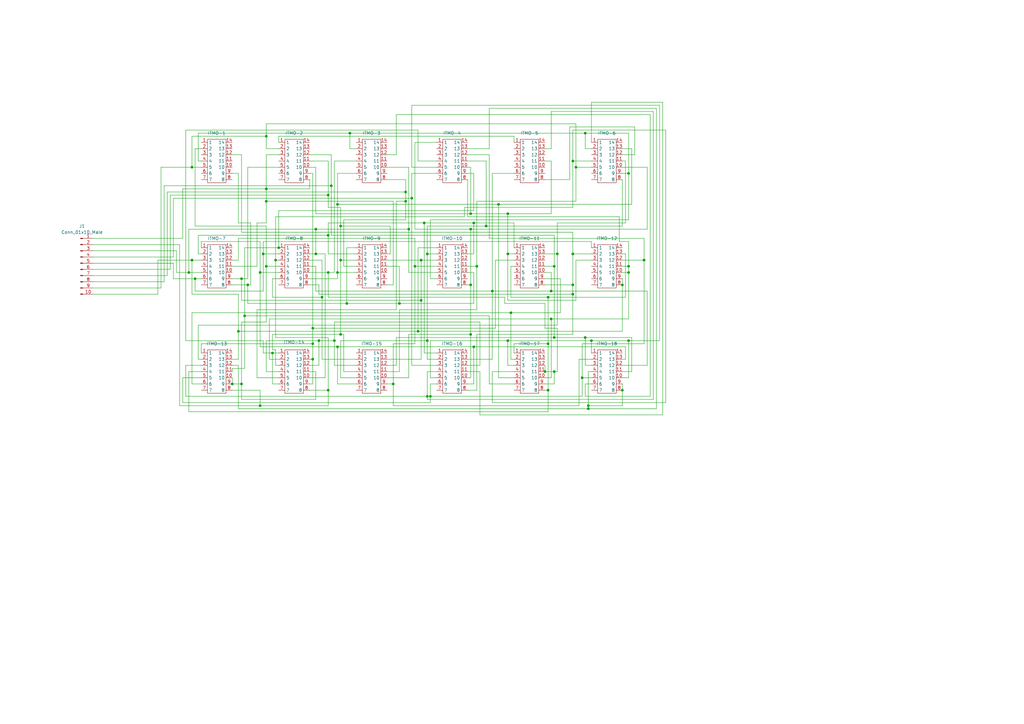
<source format=kicad_sch>
(kicad_sch (version 20211123) (generator eeschema)
  (paper "A3")
  (lib_symbols
    (symbol "Connector:Conn_01x10_Male" (pin_names (offset 1.016) hide)
      (property "Reference" "J" (at 0 12.7 0))
      (property "Value" "Conn_01x10_Male" (at 0 -15.24 0))
      (symbol "Conn_01x10_Male_1_1"
        (polyline (pts (xy 1.27 -12.7) (xy 0.8636 -12.7)) (stroke (width 0.1524)))
        (polyline (pts (xy 1.27 -10.16) (xy 0.8636 -10.16)) (stroke (width 0.1524)))
        (polyline (pts (xy 1.27 -7.62) (xy 0.8636 -7.62)) (stroke (width 0.1524)))
        (polyline (pts (xy 1.27 -5.08) (xy 0.8636 -5.08)) (stroke (width 0.1524)))
        (polyline (pts (xy 1.27 -2.54) (xy 0.8636 -2.54)) (stroke (width 0.1524)))
        (polyline (pts (xy 1.27 0) (xy 0.8636 0)) (stroke (width 0.1524)))
        (polyline (pts (xy 1.27 2.54) (xy 0.8636 2.54)) (stroke (width 0.1524)))
        (polyline (pts (xy 1.27 5.08) (xy 0.8636 5.08)) (stroke (width 0.1524)))
        (polyline (pts (xy 1.27 7.62) (xy 0.8636 7.62)) (stroke (width 0.1524)))
        (polyline (pts (xy 1.27 10.16) (xy 0.8636 10.16)) (stroke (width 0.1524)))
        (rectangle (start 0.8636 -12.573) (end 0 -12.827) (stroke (width 0.1524)) (fill (type outline)))
        (rectangle (start 0.8636 -10.033) (end 0 -10.287) (stroke (width 0.1524)) (fill (type outline)))
        (rectangle (start 0.8636 -7.493) (end 0 -7.747) (stroke (width 0.1524)) (fill (type outline)))
        (rectangle (start 0.8636 -4.953) (end 0 -5.207) (stroke (width 0.1524)) (fill (type outline)))
        (rectangle (start 0.8636 -2.413) (end 0 -2.667) (stroke (width 0.1524)) (fill (type outline)))
        (rectangle (start 0.8636 0.127) (end 0 -0.127) (stroke (width 0.1524)) (fill (type outline)))
        (rectangle (start 0.8636 2.667) (end 0 2.413) (stroke (width 0.1524)) (fill (type outline)))
        (rectangle (start 0.8636 5.207) (end 0 4.953) (stroke (width 0.1524)) (fill (type outline)))
        (rectangle (start 0.8636 7.747) (end 0 7.493) (stroke (width 0.1524)) (fill (type outline)))
        (rectangle (start 0.8636 10.287) (end 0 10.033) (stroke (width 0.1524)) (fill (type outline)))
        (pin passive line (at 5.08 10.16 180) (length 3.81) (name "Pin_1") (number "1"))
        (pin passive line (at 5.08 -12.7 180) (length 3.81) (name "Pin_10") (number "10"))
        (pin passive line (at 5.08 7.62 180) (length 3.81) (name "Pin_2") (number "2"))
        (pin passive line (at 5.08 5.08 180) (length 3.81) (name "Pin_3") (number "3"))
        (pin passive line (at 5.08 2.54 180) (length 3.81) (name "Pin_4") (number "4"))
        (pin passive line (at 5.08 0 180) (length 3.81) (name "Pin_5") (number "5"))
        (pin passive line (at 5.08 -2.54 180) (length 3.81) (name "Pin_6") (number "6"))
        (pin passive line (at 5.08 -5.08 180) (length 3.81) (name "Pin_7") (number "7"))
        (pin passive line (at 5.08 -7.62 180) (length 3.81) (name "Pin_8") (number "8"))
        (pin passive line (at 5.08 -10.16 180) (length 3.81) (name "Pin_9") (number "9"))
      )
    )
    (symbol "ITMO:ITMO-14"
      (property "Value" "ITMO-14" (at 0 0 0))
      (symbol "ITMO-14_0_1"
        (rectangle (start -3.81 -0.635) (end 3.81 -18.415))
      )
      (symbol "ITMO-14_1_1"
        (pin input line (at -6.35 -1.905 0) (length 2.54) (name "1") (number "1"))
        (pin output line (at 6.35 -12.065 180) (length 2.54) (name "10") (number "10"))
        (pin output line (at 6.35 -9.525 180) (length 2.54) (name "11") (number "11"))
        (pin output line (at 6.35 -6.985 180) (length 2.54) (name "12") (number "12"))
        (pin output line (at 6.35 -4.445 180) (length 2.54) (name "13") (number "13"))
        (pin output line (at 6.35 -1.905 180) (length 2.54) (name "14") (number "14"))
        (pin input line (at -6.35 -4.445 0) (length 2.54) (name "2") (number "2"))
        (pin input line (at -6.35 -6.985 0) (length 2.54) (name "3") (number "3"))
        (pin input line (at -6.35 -9.525 0) (length 2.54) (name "4") (number "4"))
        (pin input line (at -6.35 -12.065 0) (length 2.54) (name "5") (number "5"))
        (pin input line (at -6.35 -14.605 0) (length 2.54) (name "6") (number "6"))
        (pin input line (at -6.35 -17.145 0) (length 2.54) (name "7") (number "7"))
        (pin output line (at 6.35 -17.145 180) (length 2.54) (name "8") (number "8"))
        (pin output line (at 6.35 -14.605 180) (length 2.54) (name "9") (number "9"))
      )
    )
  )
  (junction (at 175.26 104.14))
  (junction (at 113.03 106.68))
  (junction (at 175.26 139.7))
  (junction (at 134.62 80.01))
  (junction (at 130.81 139.7))
  (junction (at 139.7 92.71))
  (junction (at 97.79 135.89))
  (junction (at 161.29 157.48))
  (junction (at 99.06 157.48))
  (junction (at 234.95 116.84))
  (junction (at 106.68 111.76))
  (junction (at 240.03 54.61))
  (junction (at 226.06 119.38))
  (junction (at 204.47 83.82))
  (junction (at 234.95 104.14))
  (junction (at 135.89 76.2))
  (junction (at 236.22 68.58))
  (junction (at 129.54 93.98))
  (junction (at 95.25 157.48))
  (junction (at 176.53 162.56))
  (junction (at 109.22 82.55))
  (junction (at 199.39 92.71))
  (junction (at 137.16 139.7))
  (junction (at 194.31 142.24))
  (junction (at 138.43 111.76))
  (junction (at 201.93 119.38))
  (junction (at 138.43 142.24))
  (junction (at 224.79 140.97))
  (junction (at 80.01 114.3))
  (junction (at 242.57 139.7))
  (junction (at 139.7 137.16))
  (junction (at 193.04 116.84))
  (junction (at 128.27 134.62))
  (junction (at 223.52 152.4))
  (junction (at 255.27 116.84))
  (junction (at 134.62 96.52))
  (junction (at 172.72 106.68))
  (junction (at 100.33 129.54))
  (junction (at 208.28 139.7))
  (junction (at 234.95 66.04))
  (junction (at 238.76 154.94))
  (junction (at 106.68 166.37))
  (junction (at 208.28 104.14))
  (junction (at 234.95 120.65))
  (junction (at 138.43 83.82))
  (junction (at 227.33 138.43))
  (junction (at 111.76 144.78))
  (junction (at 77.47 111.76))
  (junction (at 107.95 104.14))
  (junction (at 257.81 109.22))
  (junction (at 139.7 106.68))
  (junction (at 193.04 87.63))
  (junction (at 194.31 91.44))
  (junction (at 224.79 121.92))
  (junction (at 224.79 160.02))
  (junction (at 129.54 104.14))
  (junction (at 255.27 160.02))
  (junction (at 109.22 55.88))
  (junction (at 173.99 91.44))
  (junction (at 128.27 140.97))
  (junction (at 109.22 109.22))
  (junction (at 241.3 166.37))
  (junction (at 264.16 106.68))
  (junction (at 163.83 124.46))
  (junction (at 193.04 137.16))
  (junction (at 166.37 78.74))
  (junction (at 167.64 93.98))
  (junction (at 175.26 162.56))
  (junction (at 134.62 160.02))
  (junction (at 228.6 104.14))
  (junction (at 101.6 116.84))
  (junction (at 241.3 167.64))
  (junction (at 172.72 123.19))
  (junction (at 226.06 130.81))
  (junction (at 227.33 152.4))
  (junction (at 99.06 114.3))
  (junction (at 166.37 82.55))
  (junction (at 109.22 77.47))
  (junction (at 170.18 109.22))
  (junction (at 168.91 81.28))
  (junction (at 143.51 54.61))
  (junction (at 257.81 111.76))
  (junction (at 240.03 138.43))
  (junction (at 171.45 135.89))
  (junction (at 195.58 109.22))
  (junction (at 78.74 68.58))
  (junction (at 208.28 87.63))
  (junction (at 209.55 128.27))
  (junction (at 257.81 139.7))
  (junction (at 132.08 121.92))
  (junction (at 114.3 101.6))
  (junction (at 128.27 147.32))
  (junction (at 227.33 109.22))
  (junction (at 193.04 93.98))
  (junction (at 134.62 111.76))
  (junction (at 78.74 106.68))
  (junction (at 257.81 71.12))
  (junction (at 142.24 124.46))
  (wire (pts (xy 223.52 152.4) (xy 227.33 152.4)))
  (wire (pts (xy 264.16 140.97) (xy 238.76 140.97)))
  (wire (pts (xy 229.87 128.27) (xy 229.87 114.3)))
  (wire (pts (xy 97.79 167.64) (xy 241.3 167.64)))
  (wire (pts (xy 114.3 104.14) (xy 107.95 104.14)))
  (wire (pts (xy 195.58 82.55) (xy 236.22 82.55)))
  (wire (pts (xy 71.12 114.3) (xy 80.01 114.3)))
  (wire (pts (xy 175.26 147.32) (xy 179.07 147.32)))
  (wire (pts (xy 82.55 144.78) (xy 82.55 140.97)))
  (wire (pts (xy 114.3 106.68) (xy 113.03 106.68)))
  (wire (pts (xy 146.05 106.68) (xy 139.7 106.68)))
  (wire (pts (xy 73.66 166.37) (xy 106.68 166.37)))
  (wire (pts (xy 234.95 95.25) (xy 234.95 104.14)))
  (wire (pts (xy 127 63.5) (xy 135.89 63.5)))
  (wire (pts (xy 270.51 43.18) (xy 270.51 139.7)))
  (wire (pts (xy 193.04 137.16) (xy 193.04 154.94)))
  (wire (pts (xy 207.01 121.92) (xy 207.01 124.46)))
  (wire (pts (xy 82.55 140.97) (xy 128.27 140.97)))
  (wire (pts (xy 167.64 111.76) (xy 167.64 93.98)))
  (wire (pts (xy 240.03 54.61) (xy 240.03 60.96)))
  (wire (pts (xy 256.54 66.04) (xy 256.54 91.44)))
  (wire (pts (xy 210.82 101.6) (xy 210.82 91.44)))
  (wire (pts (xy 134.62 111.76) (xy 134.62 121.92)))
  (wire (pts (xy 200.66 97.79) (xy 264.16 97.79)))
  (wire (pts (xy 140.97 109.22) (xy 140.97 90.17)))
  (wire (pts (xy 191.77 66.04) (xy 199.39 66.04)))
  (wire (pts (xy 257.81 109.22) (xy 257.81 111.76)))
  (wire (pts (xy 173.99 91.44) (xy 134.62 91.44)))
  (wire (pts (xy 236.22 106.68) (xy 236.22 123.19)))
  (wire (pts (xy 200.66 63.5) (xy 200.66 97.79)))
  (wire (pts (xy 223.52 124.46) (xy 223.52 134.62)))
  (wire (pts (xy 259.08 60.96) (xy 259.08 83.82)))
  (wire (pts (xy 105.41 91.44) (xy 109.22 91.44)))
  (wire (pts (xy 139.7 137.16) (xy 140.97 137.16)))
  (wire (pts (xy 101.6 124.46) (xy 142.24 124.46)))
  (wire (pts (xy 81.28 96.52) (xy 134.62 96.52)))
  (wire (pts (xy 233.68 73.66) (xy 233.68 52.07)))
  (wire (pts (xy 240.03 138.43) (xy 259.08 138.43)))
  (wire (pts (xy 195.58 109.22) (xy 195.58 82.55)))
  (wire (pts (xy 95.25 152.4) (xy 95.25 151.13)))
  (wire (pts (xy 95.25 114.3) (xy 99.06 114.3)))
  (wire (pts (xy 175.26 139.7) (xy 175.26 147.32)))
  (wire (pts (xy 168.91 43.18) (xy 270.51 43.18)))
  (wire (pts (xy 109.22 50.8) (xy 109.22 55.88)))
  (wire (pts (xy 191.77 104.14) (xy 194.31 104.14)))
  (wire (pts (xy 175.26 104.14) (xy 175.26 139.7)))
  (wire (pts (xy 175.26 152.4) (xy 179.07 152.4)))
  (wire (pts (xy 74.93 165.1) (xy 176.53 165.1)))
  (wire (pts (xy 179.07 154.94) (xy 176.53 154.94)))
  (wire (pts (xy 269.24 167.64) (xy 241.3 167.64)))
  (wire (pts (xy 170.18 97.79) (xy 170.18 109.22)))
  (wire (pts (xy 101.6 116.84) (xy 101.6 124.46)))
  (wire (pts (xy 106.68 99.06) (xy 106.68 111.76)))
  (wire (pts (xy 161.29 140.97) (xy 170.18 140.97)))
  (wire (pts (xy 191.77 88.9) (xy 254 88.9)))
  (wire (pts (xy 172.72 123.19) (xy 172.72 106.68)))
  (wire (pts (xy 227.33 157.48) (xy 227.33 152.4)))
  (wire (pts (xy 105.41 127) (xy 162.56 127)))
  (wire (pts (xy 194.31 91.44) (xy 173.99 91.44)))
  (wire (pts (xy 242.57 106.68) (xy 236.22 106.68)))
  (wire (pts (xy 195.58 137.16) (xy 234.95 137.16)))
  (wire (pts (xy 265.43 149.86) (xy 265.43 119.38)))
  (wire (pts (xy 81.28 66.04) (xy 81.28 54.61)))
  (wire (pts (xy 71.12 107.95) (xy 71.12 114.3)))
  (wire (pts (xy 238.76 162.56) (xy 176.53 162.56)))
  (wire (pts (xy 109.22 60.96) (xy 114.3 60.96)))
  (wire (pts (xy 226.06 60.96) (xy 226.06 45.72)))
  (wire (pts (xy 109.22 91.44) (xy 109.22 82.55)))
  (wire (pts (xy 266.7 46.99) (xy 266.7 162.56)))
  (wire (pts (xy 158.75 154.94) (xy 167.64 154.94)))
  (wire (pts (xy 132.08 106.68) (xy 127 106.68)))
  (wire (pts (xy 140.97 137.16) (xy 140.97 152.4)))
  (wire (pts (xy 229.87 114.3) (xy 223.52 114.3)))
  (wire (pts (xy 203.2 134.62) (xy 128.27 134.62)))
  (wire (pts (xy 139.7 85.09) (xy 139.7 92.71)))
  (wire (pts (xy 191.77 73.66) (xy 191.77 88.9)))
  (wire (pts (xy 196.85 170.18) (xy 196.85 152.4)))
  (wire (pts (xy 74.93 97.79) (xy 74.93 77.47)))
  (wire (pts (xy 142.24 124.46) (xy 142.24 101.6)))
  (wire (pts (xy 134.62 66.04) (xy 134.62 80.01)))
  (wire (pts (xy 107.95 104.14) (xy 107.95 119.38)))
  (wire (pts (xy 191.77 60.96) (xy 200.66 60.96)))
  (wire (pts (xy 201.93 152.4) (xy 201.93 165.1)))
  (wire (pts (xy 111.76 137.16) (xy 139.7 137.16)))
  (wire (pts (xy 109.22 77.47) (xy 109.22 63.5)))
  (wire (pts (xy 255.27 154.94) (xy 257.81 154.94)))
  (wire (pts (xy 255.27 66.04) (xy 256.54 66.04)))
  (wire (pts (xy 195.58 127) (xy 195.58 109.22)))
  (wire (pts (xy 99.06 123.19) (xy 172.72 123.19)))
  (wire (pts (xy 167.64 154.94) (xy 167.64 137.16)))
  (wire (pts (xy 240.03 54.61) (xy 143.51 54.61)))
  (wire (pts (xy 114.3 114.3) (xy 111.76 114.3)))
  (wire (pts (xy 109.22 109.22) (xy 109.22 132.08)))
  (wire (pts (xy 67.31 115.57) (xy 67.31 76.2)))
  (wire (pts (xy 38.1 107.95) (xy 71.12 107.95)))
  (wire (pts (xy 106.68 111.76) (xy 114.3 111.76)))
  (wire (pts (xy 201.93 165.1) (xy 273.05 165.1)))
  (wire (pts (xy 269.24 44.45) (xy 269.24 167.64)))
  (wire (pts (xy 267.97 163.83) (xy 175.26 163.83)))
  (wire (pts (xy 255.27 135.89) (xy 171.45 135.89)))
  (wire (pts (xy 97.79 149.86) (xy 97.79 167.64)))
  (wire (pts (xy 95.25 106.68) (xy 97.79 106.68)))
  (wire (pts (xy 82.55 106.68) (xy 78.74 106.68)))
  (wire (pts (xy 172.72 106.68) (xy 179.07 106.68)))
  (wire (pts (xy 241.3 152.4) (xy 241.3 166.37)))
  (wire (pts (xy 273.05 165.1) (xy 273.05 53.34)))
  (wire (pts (xy 140.97 90.17) (xy 166.37 90.17)))
  (wire (pts (xy 137.16 66.04) (xy 137.16 111.76)))
  (wire (pts (xy 255.27 104.14) (xy 256.54 104.14)))
  (wire (pts (xy 99.06 163.83) (xy 99.06 157.48)))
  (wire (pts (xy 179.07 101.6) (xy 171.45 101.6)))
  (wire (pts (xy 240.03 162.56) (xy 266.7 162.56)))
  (wire (pts (xy 77.47 168.91) (xy 224.79 168.91)))
  (wire (pts (xy 255.27 111.76) (xy 257.81 111.76)))
  (wire (pts (xy 105.41 154.94) (xy 105.41 127)))
  (wire (pts (xy 146.05 154.94) (xy 139.7 154.94)))
  (wire (pts (xy 132.08 121.92) (xy 132.08 106.68)))
  (wire (pts (xy 228.6 152.4) (xy 227.33 152.4)))
  (wire (pts (xy 76.2 162.56) (xy 175.26 162.56)))
  (wire (pts (xy 168.91 68.58) (xy 168.91 43.18)))
  (wire (pts (xy 73.66 100.33) (xy 73.66 166.37)))
  (wire (pts (xy 179.07 104.14) (xy 175.26 104.14)))
  (wire (pts (xy 82.55 66.04) (xy 81.28 66.04)))
  (wire (pts (xy 210.82 152.4) (xy 201.93 152.4)))
  (wire (pts (xy 176.53 157.48) (xy 179.07 157.48)))
  (wire (pts (xy 207.01 124.46) (xy 223.52 124.46)))
  (wire (pts (xy 257.81 139.7) (xy 242.57 139.7)))
  (wire (pts (xy 191.77 109.22) (xy 195.58 109.22)))
  (wire (pts (xy 210.82 58.42) (xy 210.82 55.88)))
  (wire (pts (xy 173.99 144.78) (xy 173.99 91.44)))
  (wire (pts (xy 240.03 157.48) (xy 240.03 162.56)))
  (wire (pts (xy 97.79 97.79) (xy 170.18 97.79)))
  (wire (pts (xy 109.22 139.7) (xy 109.22 152.4)))
  (wire (pts (xy 95.25 109.22) (xy 105.41 109.22)))
  (wire (pts (xy 234.95 116.84) (xy 223.52 116.84)))
  (wire (pts (xy 223.52 154.94) (xy 226.06 154.94)))
  (wire (pts (xy 233.68 52.07) (xy 260.35 52.07)))
  (wire (pts (xy 133.35 154.94) (xy 133.35 104.14)))
  (wire (pts (xy 166.37 73.66) (xy 158.75 73.66)))
  (wire (pts (xy 208.28 87.63) (xy 208.28 104.14)))
  (wire (pts (xy 128.27 71.12) (xy 128.27 134.62)))
  (wire (pts (xy 38.1 100.33) (xy 73.66 100.33)))
  (wire (pts (xy 176.53 114.3) (xy 176.53 90.17)))
  (wire (pts (xy 266.7 46.99) (xy 162.56 46.99)))
  (wire (pts (xy 179.07 68.58) (xy 168.91 68.58)))
  (wire (pts (xy 242.57 58.42) (xy 242.57 41.91)))
  (wire (pts (xy 210.82 157.48) (xy 200.66 157.48)))
  (wire (pts (xy 260.35 63.5) (xy 255.27 63.5)))
  (wire (pts (xy 236.22 68.58) (xy 236.22 50.8)))
  (wire (pts (xy 95.25 149.86) (xy 97.79 149.86)))
  (wire (pts (xy 81.28 54.61) (xy 143.51 54.61)))
  (wire (pts (xy 80.01 114.3) (xy 82.55 114.3)))
  (wire (pts (xy 127 111.76) (xy 134.62 111.76)))
  (wire (pts (xy 137.16 132.08) (xy 137.16 139.7)))
  (wire (pts (xy 161.29 116.84) (xy 161.29 82.55)))
  (wire (pts (xy 255.27 106.68) (xy 264.16 106.68)))
  (wire (pts (xy 179.07 114.3) (xy 176.53 114.3)))
  (wire (pts (xy 210.82 106.68) (xy 203.2 106.68)))
  (wire (pts (xy 129.54 93.98) (xy 77.47 93.98)))
  (wire (pts (xy 227.33 109.22) (xy 227.33 138.43)))
  (wire (pts (xy 209.55 109.22) (xy 209.55 121.92)))
  (wire (pts (xy 95.25 154.94) (xy 95.25 157.48)))
  (wire (pts (xy 210.82 71.12) (xy 201.93 71.12)))
  (wire (pts (xy 209.55 128.27) (xy 229.87 128.27)))
  (wire (pts (xy 166.37 90.17) (xy 166.37 82.55)))
  (wire (pts (xy 171.45 66.04) (xy 171.45 53.34)))
  (wire (pts (xy 99.06 63.5) (xy 99.06 95.25)))
  (wire (pts (xy 257.81 99.06) (xy 257.81 109.22)))
  (wire (pts (xy 204.47 83.82) (xy 138.43 83.82)))
  (wire (pts (xy 158.75 109.22) (xy 163.83 109.22)))
  (wire (pts (xy 223.52 60.96) (xy 226.06 60.96)))
  (wire (pts (xy 74.93 77.47) (xy 109.22 77.47)))
  (wire (pts (xy 82.55 157.48) (xy 78.74 157.48)))
  (wire (pts (xy 254 99.06) (xy 257.81 99.06)))
  (wire (pts (xy 133.35 104.14) (xy 129.54 104.14)))
  (wire (pts (xy 68.58 113.03) (xy 68.58 78.74)))
  (wire (pts (xy 134.62 96.52) (xy 134.62 104.14)))
  (wire (pts (xy 95.25 160.02) (xy 106.68 160.02)))
  (wire (pts (xy 190.5 85.09) (xy 234.95 85.09)))
  (wire (pts (xy 161.29 82.55) (xy 109.22 82.55)))
  (wire (pts (xy 82.55 154.94) (xy 74.93 154.94)))
  (wire (pts (xy 242.57 152.4) (xy 241.3 152.4)))
  (wire (pts (xy 113.03 149.86) (xy 113.03 143.51)))
  (wire (pts (xy 238.76 154.94) (xy 238.76 162.56)))
  (wire (pts (xy 163.83 127) (xy 195.58 127)))
  (wire (pts (xy 139.7 106.68) (xy 139.7 137.16)))
  (wire (pts (xy 234.95 66.04) (xy 242.57 66.04)))
  (wire (pts (xy 143.51 54.61) (xy 143.51 60.96)))
  (wire (pts (xy 226.06 45.72) (xy 267.97 45.72)))
  (wire (pts (xy 168.91 81.28) (xy 168.91 71.12)))
  (wire (pts (xy 100.33 151.13) (xy 100.33 129.54)))
  (wire (pts (xy 127 77.47) (xy 109.22 77.47)))
  (wire (pts (xy 143.51 60.96) (xy 146.05 60.96)))
  (wire (pts (xy 105.41 109.22) (xy 105.41 91.44)))
  (wire (pts (xy 255.27 71.12) (xy 257.81 71.12)))
  (wire (pts (xy 260.35 52.07) (xy 260.35 63.5)))
  (wire (pts (xy 66.04 118.11) (xy 66.04 68.58)))
  (wire (pts (xy 127 160.02) (xy 134.62 160.02)))
  (wire (pts (xy 134.62 166.37) (xy 134.62 160.02)))
  (wire (pts (xy 210.82 147.32) (xy 209.55 147.32)))
  (wire (pts (xy 146.05 109.22) (xy 140.97 109.22)))
  (wire (pts (xy 158.75 152.4) (xy 163.83 152.4)))
  (wire (pts (xy 64.77 106.68) (xy 78.74 106.68)))
  (wire (pts (xy 69.85 80.01) (xy 134.62 80.01)))
  (wire (pts (xy 257.81 54.61) (xy 240.03 54.61)))
  (wire (pts (xy 227.33 138.43) (xy 240.03 138.43)))
  (wire (pts (xy 167.64 111.76) (xy 179.07 111.76)))
  (wire (pts (xy 142.24 101.6) (xy 146.05 101.6)))
  (wire (pts (xy 172.72 147.32) (xy 172.72 123.19)))
  (wire (pts (xy 113.03 138.43) (xy 113.03 106.68)))
  (wire (pts (xy 110.49 130.81) (xy 110.49 147.32)))
  (wire (pts (xy 82.55 147.32) (xy 81.28 147.32)))
  (wire (pts (xy 226.06 130.81) (xy 110.49 130.81)))
  (wire (pts (xy 127 147.32) (xy 128.27 147.32)))
  (wire (pts (xy 160.02 92.71) (xy 139.7 92.71)))
  (wire (pts (xy 242.57 139.7) (xy 242.57 144.78)))
  (wire (pts (xy 111.76 157.48) (xy 114.3 157.48)))
  (wire (pts (xy 162.56 127) (xy 162.56 82.55)))
  (wire (pts (xy 271.78 41.91) (xy 271.78 170.18)))
  (wire (pts (xy 82.55 99.06) (xy 106.68 99.06)))
  (wire (pts (xy 138.43 157.48) (xy 138.43 142.24)))
  (wire (pts (xy 194.31 111.76) (xy 194.31 124.46)))
  (wire (pts (xy 234.95 104.14) (xy 234.95 116.84)))
  (wire (pts (xy 234.95 120.65) (xy 234.95 116.84)))
  (wire (pts (xy 135.89 76.2) (xy 135.89 96.52)))
  (wire (pts (xy 161.29 166.37) (xy 161.29 157.48)))
  (wire (pts (xy 256.54 147.32) (xy 256.54 142.24)))
  (wire (pts (xy 256.54 91.44) (xy 228.6 91.44)))
  (wire (pts (xy 223.52 73.66) (xy 233.68 73.66)))
  (wire (pts (xy 109.22 152.4) (xy 114.3 152.4)))
  (wire (pts (xy 191.77 111.76) (xy 194.31 111.76)))
  (wire (pts (xy 255.27 149.86) (xy 265.43 149.86)))
  (wire (pts (xy 146.05 71.12) (xy 138.43 71.12)))
  (wire (pts (xy 200.66 44.45) (xy 269.24 44.45)))
  (wire (pts (xy 127 71.12) (xy 128.27 71.12)))
  (wire (pts (xy 234.95 85.09) (xy 234.95 66.04)))
  (wire (pts (xy 256.54 142.24) (xy 194.31 142.24)))
  (wire (pts (xy 78.74 120.65) (xy 97.79 120.65)))
  (wire (pts (xy 130.81 139.7) (xy 109.22 139.7)))
  (wire (pts (xy 109.22 82.55) (xy 109.22 77.47)))
  (wire (pts (xy 99.06 95.25) (xy 234.95 95.25)))
  (wire (pts (xy 128.27 134.62) (xy 128.27 140.97)))
  (wire (pts (xy 162.56 149.86) (xy 162.56 138.43)))
  (wire (pts (xy 167.64 68.58) (xy 167.64 93.98)))
  (wire (pts (xy 267.97 45.72) (xy 267.97 163.83)))
  (wire (pts (xy 210.82 91.44) (xy 194.31 91.44)))
  (wire (pts (xy 193.04 87.63) (xy 208.28 87.63)))
  (wire (pts (xy 254 88.9) (xy 254 99.06)))
  (wire (pts (xy 242.57 154.94) (xy 238.76 154.94)))
  (wire (pts (xy 77.47 152.4) (xy 77.47 168.91)))
  (wire (pts (xy 137.16 149.86) (xy 137.16 139.7)))
  (wire (pts (xy 113.03 106.68) (xy 113.03 88.9)))
  (wire (pts (xy 38.1 105.41) (xy 71.12 105.41)))
  (wire (pts (xy 72.39 111.76) (xy 77.47 111.76)))
  (wire (pts (xy 194.31 86.36) (xy 114.3 86.36)))
  (wire (pts (xy 170.18 58.42) (xy 170.18 93.98)))
  (wire (pts (xy 226.06 66.04) (xy 226.06 87.63)))
  (wire (pts (xy 78.74 55.88) (xy 109.22 55.88)))
  (wire (pts (xy 210.82 144.78) (xy 210.82 140.97)))
  (wire (pts (xy 265.43 68.58) (xy 265.43 93.98)))
  (wire (pts (xy 223.52 149.86) (xy 223.52 152.4)))
  (wire (pts (xy 223.52 109.22) (xy 227.33 109.22)))
  (wire (pts (xy 194.31 71.12) (xy 194.31 86.36)))
  (wire (pts (xy 227.33 96.52) (xy 227.33 109.22)))
  (wire (pts (xy 114.3 55.88) (xy 114.3 58.42)))
  (wire (pts (xy 175.26 92.71) (xy 175.26 104.14)))
  (wire (pts (xy 259.08 83.82) (xy 204.47 83.82)))
  (wire (pts (xy 102.87 116.84) (xy 101.6 116.84)))
  (wire (pts (xy 146.05 66.04) (xy 137.16 66.04)))
  (wire (pts (xy 78.74 68.58) (xy 78.74 55.88)))
  (wire (pts (xy 128.27 140.97) (xy 128.27 147.32)))
  (wire (pts (xy 224.79 121.92) (xy 224.79 140.97)))
  (wire (pts (xy 82.55 68.58) (xy 78.74 68.58)))
  (wire (pts (xy 110.49 147.32) (xy 114.3 147.32)))
  (wire (pts (xy 78.74 157.48) (xy 78.74 128.27)))
  (wire (pts (xy 234.95 137.16) (xy 234.95 120.65)))
  (wire (pts (xy 100.33 129.54) (xy 100.33 101.6)))
  (wire (pts (xy 129.54 93.98) (xy 167.64 93.98)))
  (wire (pts (xy 196.85 149.86) (xy 196.85 132.08)))
  (wire (pts (xy 194.31 124.46) (xy 163.83 124.46)))
  (wire (pts (xy 163.83 152.4) (xy 163.83 127)))
  (wire (pts (xy 226.06 154.94) (xy 226.06 130.81)))
  (wire (pts (xy 255.27 147.32) (xy 256.54 147.32)))
  (wire (pts (xy 176.53 90.17) (xy 257.81 90.17)))
  (wire (pts (xy 176.53 162.56) (xy 176.53 157.48)))
  (wire (pts (xy 242.57 104.14) (xy 234.95 104.14)))
  (wire (pts (xy 265.43 119.38) (xy 226.06 119.38)))
  (wire (pts (xy 242.57 41.91) (xy 271.78 41.91)))
  (wire (pts (xy 257.81 111.76) (xy 257.81 130.81)))
  (wire (pts (xy 97.79 106.68) (xy 97.79 97.79)))
  (wire (pts (xy 101.6 114.3) (xy 99.06 114.3)))
  (wire (pts (xy 242.57 60.96) (xy 240.03 60.96)))
  (wire (pts (xy 228.6 91.44) (xy 228.6 104.14)))
  (wire (pts (xy 134.62 138.43) (xy 113.03 138.43)))
  (wire (pts (xy 191.77 71.12) (xy 194.31 71.12)))
  (wire (pts (xy 259.08 152.4) (xy 255.27 152.4)))
  (wire (pts (xy 111.76 121.92) (xy 132.08 121.92)))
  (wire (pts (xy 101.6 68.58) (xy 101.6 114.3)))
  (wire (pts (xy 238.76 140.97) (xy 238.76 154.94)))
  (wire (pts (xy 255.27 68.58) (xy 265.43 68.58)))
  (wire (pts (xy 162.56 63.5) (xy 158.75 63.5)))
  (wire (pts (xy 107.95 119.38) (xy 80.01 119.38)))
  (wire (pts (xy 240.03 149.86) (xy 240.03 138.43)))
  (wire (pts (xy 129.54 152.4) (xy 129.54 163.83)))
  (wire (pts (xy 134.62 121.92) (xy 207.01 121.92)))
  (wire (pts (xy 193.04 68.58) (xy 193.04 87.63)))
  (wire (pts (xy 224.79 160.02) (xy 223.52 160.02)))
  (wire (pts (xy 226.06 119.38) (xy 226.06 111.76)))
  (wire (pts (xy 38.1 102.87) (xy 72.39 102.87)))
  (wire (pts (xy 179.07 58.42) (xy 170.18 58.42)))
  (wire (pts (xy 158.75 147.32) (xy 172.72 147.32)))
  (wire (pts (xy 176.53 154.94) (xy 176.53 139.7)))
  (wire (pts (xy 191.77 160.02) (xy 195.58 160.02)))
  (wire (pts (xy 224.79 140.97) (xy 224.79 160.02)))
  (wire (pts (xy 161.29 140.97) (xy 161.29 157.48)))
  (wire (pts (xy 237.49 166.37) (xy 161.29 166.37)))
  (wire (pts (xy 193.04 154.94) (xy 191.77 154.94)))
  (wire (pts (xy 146.05 157.48) (xy 138.43 157.48)))
  (wire (pts (xy 191.77 147.32) (xy 201.93 147.32)))
  (wire (pts (xy 255.27 114.3) (xy 255.27 116.84)))
  (wire (pts (xy 114.3 144.78) (xy 111.76 144.78)))
  (wire (pts (xy 264.16 97.79) (xy 264.16 106.68)))
  (wire (pts (xy 191.77 68.58) (xy 193.04 68.58)))
  (wire (pts (xy 175.26 163.83) (xy 175.26 162.56)))
  (wire (pts (xy 109.22 63.5) (xy 114.3 63.5)))
  (wire (pts (xy 107.95 139.7) (xy 107.95 144.78)))
  (wire (pts (xy 255.27 116.84) (xy 255.27 135.89)))
  (wire (pts (xy 179.07 144.78) (xy 173.99 144.78)))
  (wire (pts (xy 259.08 138.43) (xy 259.08 152.4)))
  (wire (pts (xy 76.2 139.7) (xy 107.95 139.7)))
  (wire (pts (xy 271.78 170.18) (xy 196.85 170.18)))
  (wire (pts (xy 201.93 71.12) (xy 201.93 119.38)))
  (wire (pts (xy 38.1 115.57) (xy 67.31 115.57)))
  (wire (pts (xy 95.25 151.13) (xy 100.33 151.13)))
  (wire (pts (xy 71.12 81.28) (xy 168.91 81.28)))
  (wire (pts (xy 138.43 111.76) (xy 138.43 114.3)))
  (wire (pts (xy 129.54 104.14) (xy 129.54 93.98)))
  (wire (pts (xy 257.81 154.94) (xy 257.81 139.7)))
  (wire (pts (xy 138.43 71.12) (xy 138.43 83.82)))
  (wire (pts (xy 139.7 139.7) (xy 175.26 139.7)))
  (wire (pts (xy 200.66 129.54) (xy 100.33 129.54)))
  (wire (pts (xy 179.07 109.22) (xy 170.18 109.22)))
  (wire (pts (xy 209.55 121.92) (xy 224.79 121.92)))
  (wire (pts (xy 195.58 160.02) (xy 195.58 137.16)))
  (wire (pts (xy 130.81 120.65) (xy 234.95 120.65)))
  (wire (pts (xy 257.81 90.17) (xy 257.81 71.12)))
  (wire (pts (xy 208.28 123.19) (xy 208.28 104.14)))
  (wire (pts (xy 82.55 149.86) (xy 76.2 149.86)))
  (wire (pts (xy 210.82 149.86) (xy 208.28 149.86)))
  (wire (pts (xy 255.27 166.37) (xy 255.27 160.02)))
  (wire (pts (xy 99.06 132.08) (xy 99.06 157.48)))
  (wire (pts (xy 38.1 113.03) (xy 68.58 113.03)))
  (wire (pts (xy 130.81 116.84) (xy 130.81 120.65)))
  (wire (pts (xy 160.02 104.14) (xy 160.02 92.71)))
  (wire (pts (xy 81.28 133.35) (xy 81.28 147.32)))
  (wire (pts (xy 242.57 68.58) (xy 236.22 68.58)))
  (wire (pts (xy 256.54 104.14) (xy 256.54 121.92)))
  (wire (pts (xy 129.54 87.63) (xy 193.04 87.63)))
  (wire (pts (xy 139.7 154.94) (xy 139.7 139.7)))
  (wire (pts (xy 127 66.04) (xy 134.62 66.04)))
  (wire (pts (xy 135.89 96.52) (xy 227.33 96.52)))
  (wire (pts (xy 71.12 105.41) (xy 71.12 81.28)))
  (wire (pts (xy 175.26 162.56) (xy 175.26 152.4)))
  (wire (pts (xy 199.39 66.04) (xy 199.39 92.71)))
  (wire (pts (xy 81.28 104.14) (xy 81.28 96.52)))
  (wire (pts (xy 100.33 101.6) (xy 114.3 101.6)))
  (wire (pts (xy 69.85 110.49) (xy 69.85 80.01)))
  (wire (pts (xy 255.27 92.71) (xy 199.39 92.71)))
  (wire (pts (xy 132.08 147.32) (xy 132.08 121.92)))
  (wire (pts (xy 234.95 53.34) (xy 234.95 66.04)))
  (wire (pts (xy 106.68 142.24) (xy 106.68 111.76)))
  (wire (pts (xy 236.22 82.55) (xy 236.22 68.58)))
  (wire (pts (xy 255.27 157.48) (xy 255.27 160.02)))
  (wire (pts (xy 129.54 109.22) (xy 129.54 119.38)))
  (wire (pts (xy 38.1 110.49) (xy 69.85 110.49)))
  (wire (pts (xy 171.45 101.6) (xy 171.45 135.89)))
  (wire (pts (xy 81.28 133.35) (xy 228.6 133.35)))
  (wire (pts (xy 72.39 102.87) (xy 72.39 111.76)))
  (wire (pts (xy 226.06 87.63) (xy 208.28 87.63)))
  (wire (pts (xy 114.3 154.94) (xy 105.41 154.94)))
  (wire (pts (xy 127 109.22) (xy 129.54 109.22)))
  (wire (pts (xy 203.2 106.68) (xy 203.2 134.62)))
  (wire (pts (xy 127 68.58) (xy 129.54 68.58)))
  (wire (pts (xy 209.55 128.27) (xy 209.55 147.32)))
  (wire (pts (xy 127 157.48) (xy 128.27 157.48)))
  (wire (pts (xy 78.74 128.27) (xy 209.55 128.27)))
  (wire (pts (xy 228.6 104.14) (xy 223.52 104.14)))
  (wire (pts (xy 95.25 71.12) (xy 97.79 71.12)))
  (wire (pts (xy 265.43 93.98) (xy 193.04 93.98)))
  (wire (pts (xy 64.77 120.65) (xy 64.77 106.68)))
  (wire (pts (xy 163.83 109.22) (xy 163.83 124.46)))
  (wire (pts (xy 127 114.3) (xy 138.43 114.3)))
  (wire (pts (xy 77.47 93.98) (xy 77.47 111.76)))
  (wire (pts (xy 138.43 142.24) (xy 106.68 142.24)))
  (wire (pts (xy 210.82 109.22) (xy 209.55 109.22)))
  (wire (pts (xy 134.62 85.09) (xy 139.7 85.09)))
  (wire (pts (xy 170.18 93.98) (xy 193.04 93.98)))
  (wire (pts (xy 255.27 73.66) (xy 255.27 92.71)))
  (wire (pts (xy 129.54 119.38) (xy 201.93 119.38)))
  (wire (pts (xy 158.75 104.14) (xy 160.02 104.14)))
  (wire (pts (xy 114.3 68.58) (xy 101.6 68.58)))
  (wire (pts (xy 129.54 163.83) (xy 99.06 163.83)))
  (wire (pts (xy 102.87 91.44) (xy 102.87 116.84)))
  (wire (pts (xy 158.75 149.86) (xy 162.56 149.86)))
  (wire (pts (xy 139.7 92.71) (xy 139.7 106.68)))
  (wire (pts (xy 109.22 132.08) (xy 99.06 132.08)))
  (wire (pts (xy 127 154.94) (xy 133.35 154.94)))
  (wire (pts (xy 176.53 165.1) (xy 176.53 162.56)))
  (wire (pts (xy 74.93 154.94) (xy 74.93 165.1)))
  (wire (pts (xy 242.57 157.48) (xy 240.03 157.48)))
  (wire (pts (xy 162.56 138.43) (xy 227.33 138.43)))
  (wire (pts (xy 204.47 154.94) (xy 204.47 83.82)))
  (wire (pts (xy 242.57 101.6) (xy 242.57 99.06)))
  (wire (pts (xy 130.81 139.7) (xy 137.16 139.7)))
  (wire (pts (xy 99.06 114.3) (xy 99.06 123.19)))
  (wire (pts (xy 129.54 68.58) (xy 129.54 87.63)))
  (wire (pts (xy 208.28 104.14) (xy 210.82 104.14)))
  (wire (pts (xy 146.05 147.32) (xy 132.08 147.32)))
  (wire (pts (xy 134.62 104.14) (xy 146.05 104.14)))
  (wire (pts (xy 201.93 147.32) (xy 201.93 119.38)))
  (wire (pts (xy 208.28 139.7) (xy 242.57 139.7)))
  (wire (pts (xy 194.31 157.48) (xy 194.31 142.24)))
  (wire (pts (xy 127 149.86) (xy 130.81 149.86)))
  (wire (pts (xy 67.31 76.2) (xy 135.89 76.2)))
  (wire (pts (xy 257.81 71.12) (xy 257.81 54.61)))
  (wire (pts (xy 127 104.14) (xy 129.54 104.14)))
  (wire (pts (xy 210.82 140.97) (xy 224.79 140.97)))
  (wire (pts (xy 158.75 106.68) (xy 172.72 106.68)))
  (wire (pts (xy 97.79 120.65) (xy 97.79 135.89)))
  (wire (pts (xy 127 73.66) (xy 127 77.47)))
  (wire (pts (xy 80.01 92.71) (xy 109.22 92.71)))
  (wire (pts (xy 134.62 160.02) (xy 134.62 138.43)))
  (wire (pts (xy 255.27 60.96) (xy 259.08 60.96)))
  (wire (pts (xy 68.58 78.74) (xy 166.37 78.74)))
  (wire (pts (xy 106.68 166.37) (xy 134.62 166.37)))
  (wire (pts (xy 114.3 109.22) (xy 109.22 109.22)))
  (wire (pts (xy 236.22 123.19) (xy 208.28 123.19)))
  (wire (pts (xy 97.79 91.44) (xy 102.87 91.44)))
  (wire (pts (xy 111.76 114.3) (xy 111.76 121.92)))
  (wire (pts (xy 166.37 82.55) (xy 166.37 78.74)))
  (wire (pts (xy 167.64 137.16) (xy 193.04 137.16)))
  (wire (pts (xy 113.03 88.9) (xy 190.5 88.9)))
  (wire (pts (xy 199.39 92.71) (xy 175.26 92.71)))
  (wire (pts (xy 193.04 116.84) (xy 193.04 137.16)))
  (wire (pts (xy 76.2 149.86) (xy 76.2 162.56)))
  (wire (pts (xy 127 152.4) (xy 129.54 152.4)))
  (wire (pts (xy 97.79 135.89) (xy 97.79 147.32)))
  (wire (pts (xy 228.6 134.62) (xy 228.6 152.4)))
  (wire (pts (xy 80.01 60.96) (xy 80.01 92.71)))
  (wire (pts (xy 76.2 53.34) (xy 171.45 53.34)))
  (wire (pts (xy 82.55 152.4) (xy 77.47 152.4)))
  (wire (pts (xy 162.56 82.55) (xy 166.37 82.55)))
  (wire (pts (xy 273.05 53.34) (xy 234.95 53.34)))
  (wire (pts (xy 82.55 60.96) (xy 80.01 60.96)))
  (wire (pts (xy 200.66 157.48) (xy 200.66 129.54)))
  (wire (pts (xy 111.76 144.78) (xy 111.76 157.48)))
  (wire (pts (xy 270.51 139.7) (xy 257.81 139.7)))
  (wire (pts (xy 200.66 60.96) (xy 200.66 44.45)))
  (wire (pts (xy 111.76 143.51) (xy 111.76 137.16)))
  (wire (pts (xy 82.55 104.14) (xy 81.28 104.14)))
  (wire (pts (xy 204.47 154.94) (xy 210.82 154.94)))
  (wire (pts (xy 78.74 106.68) (xy 78.74 120.65)))
  (wire (pts (xy 80.01 119.38) (xy 80.01 114.3)))
  (wire (pts (xy 223.52 134.62) (xy 228.6 134.62)))
  (wire (pts (xy 76.2 53.34) (xy 76.2 139.7)))
  (wire (pts (xy 166.37 78.74) (xy 166.37 73.66)))
  (wire (pts (xy 109.22 55.88) (xy 109.22 60.96)))
  (wire (pts (xy 113.03 143.51) (xy 111.76 143.51)))
  (wire (pts (xy 95.25 116.84) (xy 101.6 116.84)))
  (wire (pts (xy 38.1 120.65) (xy 64.77 120.65)))
  (wire (pts (xy 179.07 149.86) (xy 168.91 149.86)))
  (wire (pts (xy 95.25 63.5) (xy 99.06 63.5)))
  (wire (pts (xy 97.79 147.32) (xy 95.25 147.32)))
  (wire (pts (xy 162.56 46.99) (xy 162.56 63.5)))
  (wire (pts (xy 114.3 86.36) (xy 114.3 101.6)))
  (wire (pts (xy 138.43 111.76) (xy 146.05 111.76)))
  (wire (pts (xy 109.22 92.71) (xy 109.22 109.22)))
  (wire (pts (xy 226.06 111.76) (xy 223.52 111.76)))
  (wire (pts (xy 134.62 91.44) (xy 134.62 96.52)))
  (wire (pts (xy 138.43 142.24) (xy 194.31 142.24)))
  (wire (pts (xy 257.81 130.81) (xy 226.06 130.81)))
  (wire (pts (xy 224.79 168.91) (xy 224.79 160.02)))
  (wire (pts (xy 77.47 111.76) (xy 82.55 111.76)))
  (wire (pts (xy 66.04 68.58) (xy 78.74 68.58)))
  (wire (pts (xy 193.04 93.98) (xy 193.04 116.84)))
  (wire (pts (xy 114.3 149.86) (xy 113.03 149.86)))
  (wire (pts (xy 242.57 149.86) (xy 240.03 149.86)))
  (wire (pts (xy 97.79 71.12) (xy 97.79 91.44)))
  (wire (pts (xy 196.85 152.4) (xy 191.77 152.4)))
  (wire (pts (xy 191.77 157.48) (xy 194.31 157.48)))
  (wire (pts (xy 107.95 99.06) (xy 107.95 104.14)))
  (wire (pts (xy 201.93 119.38) (xy 226.06 119.38)))
  (wire (pts (xy 242.57 99.06) (xy 107.95 99.06)))
  (wire (pts (xy 140.97 152.4) (xy 146.05 152.4)))
  (wire (pts (xy 137.16 111.76) (xy 134.62 111.76)))
  (wire (pts (xy 38.1 118.11) (xy 66.04 118.11)))
  (wire (pts (xy 106.68 160.02) (xy 106.68 166.37)))
  (wire (pts (xy 38.1 97.79) (xy 74.93 97.79)))
  (wire (pts (xy 168.91 71.12) (xy 179.07 71.12)))
  (wire (pts (xy 137.16 149.86) (xy 146.05 149.86)))
  (wire (pts (xy 242.57 147.32) (xy 237.49 147.32)))
  (wire (pts (xy 255.27 109.22) (xy 257.81 109.22)))
  (wire (pts (xy 223.52 66.04) (xy 226.06 66.04)))
  (wire (pts (xy 228.6 133.35) (xy 228.6 104.14)))
  (wire (pts (xy 163.83 124.46) (xy 142.24 124.46)))
  (wire (pts (xy 256.54 121.92) (xy 224.79 121.92)))
  (wire (pts (xy 170.18 109.22) (xy 170.18 140.97)))
  (wire (pts (xy 264.16 106.68) (xy 264.16 140.97)))
  (wire (pts (xy 168.91 149.86) (xy 168.91 81.28)))
  (wire (pts (xy 161.29 157.48) (xy 158.75 157.48)))
  (wire (pts (xy 190.5 88.9) (xy 190.5 85.09)))
  (wire (pts (xy 171.45 135.89) (xy 97.79 135.89)))
  (wire (pts (xy 179.07 66.04) (xy 171.45 66.04)))
  (wire (pts (xy 158.75 68.58) (xy 167.64 68.58)))
  (wire (pts (xy 210.82 55.88) (xy 114.3 55.88)))
  (wire (pts (xy 130.81 149.86) (xy 130.81 139.7)))
  (wire (pts (xy 135.89 63.5) (xy 135.89 76.2)))
  (wire (pts (xy 158.75 116.84) (xy 161.29 116.84)))
  (wire (pts (xy 237.49 147.32) (xy 237.49 166.37)))
  (wire (pts (xy 134.62 80.01) (xy 134.62 85.09)))
  (wire (pts (xy 241.3 166.37) (xy 255.27 166.37)))
  (wire (pts (xy 82.55 101.6) (xy 82.55 99.06)))
  (wire (pts (xy 107.95 144.78) (xy 111.76 144.78)))
  (wire (pts (xy 138.43 83.82) (xy 138.43 111.76)))
  (wire (pts (xy 194.31 104.14) (xy 194.31 91.44)))
  (wire (pts (xy 127 116.84) (xy 130.81 116.84)))
  (wire (pts (xy 128.27 157.48) (xy 128.27 147.32)))
  (wire (pts (xy 208.28 139.7) (xy 208.28 149.86)))
  (wire (pts (xy 196.85 132.08) (xy 137.16 132.08)))
  (wire (pts (xy 223.52 157.48) (xy 227.33 157.48)))
  (wire (pts (xy 191.77 63.5) (xy 200.66 63.5)))
  (wire (pts (xy 236.22 50.8) (xy 109.22 50.8)))
  (wire (pts (xy 176.53 139.7) (xy 208.28 139.7)))
  (wire (pts (xy 241.3 167.64) (xy 241.3 166.37)))
  (wire (pts (xy 191.77 116.84) (xy 193.04 116.84)))
  (wire (pts (xy 191.77 149.86) (xy 196.85 149.86)))
  (wire (pts (xy 99.06 157.48) (xy 95.25 157.48)))
  (symbol (lib_id "ITMO:ITMO-14") (at 248.92 56.515 0) (unit 1)
    (property "Reference" "ITMO16" (effects hide))
    (property "Value" "ITMO-6" (at 248.92 54.61 0))
    (property "Footprint" "LibraryITMO:ITMO" (effects hide))
  )
  (symbol (lib_id "ITMO:ITMO-14") (at 152.4 56.515 0) (unit 1)
    (property "Reference" "ITMO7" (effects hide))
    (property "Value" "ITMO-3" (at 152.4 54.61 0))
    (property "Footprint" "LibraryITMO:ITMO" (effects hide))
  )
  (symbol (lib_id "ITMO:ITMO-14") (at 185.42 142.875 0) (unit 1)
    (property "Reference" "ITMO12" (effects hide))
    (property "Value" "ITMO-16" (at 185.42 140.97 0))
    (property "Footprint" "LibraryITMO:ITMO" (effects hide))
  )
  (symbol (lib_id "ITMO:ITMO-14") (at 248.92 142.875 0) (unit 1)
    (property "Reference" "ITMO18" (effects hide))
    (property "Value" "ITMO-18" (at 248.92 140.97 0))
    (property "Footprint" "LibraryITMO:ITMO" (effects hide))
  )
  (symbol (lib_id "Connector:Conn_01x10_Male") (at 33.02 107.95 0) (unit 1)
    (property "Reference" "J1" (at 33.655 92.71 0))
    (property "Value" "Conn_01x10_Male" (at 33.655 95.25 0))
    (property "Footprint" "Connector_PinHeader_1.00mm:PinHeader_1x10_P1.00mm_Vertical" (effects hide))
  )
  (symbol (lib_id "ITMO:ITMO-14") (at 248.92 99.695 0) (unit 1)
    (property "Reference" "ITMO17" (effects hide))
    (property "Value" "ITMO-12" (at 248.92 97.79 0))
    (property "Footprint" "LibraryITMO:ITMO" (effects hide))
  )
  (symbol (lib_id "ITMO:ITMO-14") (at 217.17 56.515 0) (unit 1)
    (property "Reference" "ITMO13" (effects hide))
    (property "Value" "ITMO-5" (at 217.17 54.61 0))
    (property "Footprint" "LibraryITMO:ITMO" (effects hide))
  )
  (symbol (lib_id "ITMO:ITMO-14") (at 88.9 142.875 0) (unit 1)
    (property "Reference" "ITMO3" (effects hide))
    (property "Value" "ITMO-13" (at 88.9 140.97 0))
    (property "Footprint" "LibraryITMO:ITMO" (effects hide))
  )
  (symbol (lib_id "ITMO:ITMO-14") (at 185.42 99.695 0) (unit 1)
    (property "Reference" "ITMO11" (effects hide))
    (property "Value" "ITMO-10" (at 185.42 97.79 0))
    (property "Footprint" "LibraryITMO:ITMO" (effects hide))
  )
  (symbol (lib_id "ITMO:ITMO-14") (at 217.17 99.695 0) (unit 1)
    (property "Reference" "ITMO14" (effects hide))
    (property "Value" "ITMO-11" (at 217.17 97.79 0))
    (property "Footprint" "LibraryITMO:ITMO" (effects hide))
  )
  (symbol (lib_id "ITMO:ITMO-14") (at 185.42 56.515 0) (unit 1)
    (property "Reference" "ITMO10" (effects hide))
    (property "Value" "ITMO-4" (at 185.42 54.61 0))
    (property "Footprint" "LibraryITMO:ITMO" (effects hide))
  )
  (symbol (lib_id "ITMO:ITMO-14") (at 120.65 142.875 0) (unit 1)
    (property "Reference" "ITMO6" (effects hide))
    (property "Value" "ITMO-14" (at 120.65 140.335 0))
    (property "Footprint" "LibraryITMO:ITMO" (effects hide))
  )
  (symbol (lib_id "ITMO:ITMO-14") (at 88.9 56.515 0) (unit 1)
    (property "Reference" "ITMO1" (effects hide))
    (property "Value" "ITMO-1" (at 88.9 54.61 0))
    (property "Footprint" "LibraryITMO:ITMO" (effects hide))
  )
  (symbol (lib_id "ITMO:ITMO-14") (at 120.65 56.515 0) (unit 1)
    (property "Reference" "ITMO4" (effects hide))
    (property "Value" "ITMO-2" (at 120.65 54.61 0))
    (property "Footprint" "LibraryITMO:ITMO" (effects hide))
  )
  (symbol (lib_id "ITMO:ITMO-14") (at 152.4 142.875 0) (unit 1)
    (property "Reference" "ITMO9" (effects hide))
    (property "Value" "ITMO-15" (at 152.4 140.97 0))
    (property "Footprint" "LibraryITMO:ITMO" (effects hide))
  )
  (symbol (lib_id "ITMO:ITMO-14") (at 152.4 99.695 0) (unit 1)
    (property "Reference" "ITMO8" (effects hide))
    (property "Value" "ITMO-9" (at 152.4 97.79 0))
    (property "Footprint" "LibraryITMO:ITMO" (effects hide))
  )
  (symbol (lib_id "ITMO:ITMO-14") (at 88.9 99.695 0) (unit 1)
    (property "Reference" "ITMO2" (effects hide))
    (property "Value" "ITMO-7" (at 88.9 97.79 0))
    (property "Footprint" "LibraryITMO:ITMO" (effects hide))
  )
  (symbol (lib_id "ITMO:ITMO-14") (at 120.65 99.695 0) (unit 1)
    (property "Reference" "ITMO5" (effects hide))
    (property "Value" "ITMO-8" (at 120.65 97.79 0))
    (property "Footprint" "LibraryITMO:ITMO" (effects hide))
  )
  (symbol (lib_id "ITMO:ITMO-14") (at 217.17 142.875 0) (unit 1)
    (property "Reference" "ITMO15" (effects hide))
    (property "Value" "ITMO-17" (at 217.17 140.97 0))
    (property "Footprint" "LibraryITMO:ITMO" (effects hide))
  )
)
</source>
